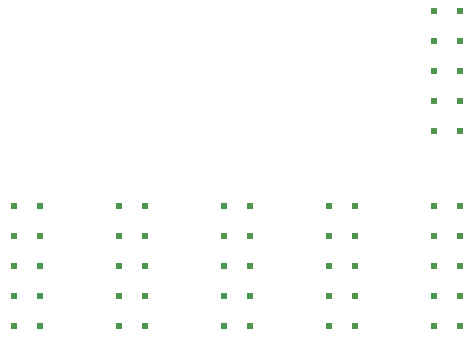
<source format=gbr>
%TF.GenerationSoftware,KiCad,Pcbnew,6.0.1-79c1e3a40b~116~ubuntu20.04.1*%
%TF.CreationDate,2022-02-08T10:59:44-05:00*%
%TF.ProjectId,gameKey-PCB-MainControl,67616d65-4b65-4792-9d50-43422d4d6169,rev?*%
%TF.SameCoordinates,Original*%
%TF.FileFunction,Paste,Bot*%
%TF.FilePolarity,Positive*%
%FSLAX46Y46*%
G04 Gerber Fmt 4.6, Leading zero omitted, Abs format (unit mm)*
G04 Created by KiCad (PCBNEW 6.0.1-79c1e3a40b~116~ubuntu20.04.1) date 2022-02-08 10:59:44*
%MOMM*%
%LPD*%
G01*
G04 APERTURE LIST*
%ADD10R,0.500000X0.500000*%
G04 APERTURE END LIST*
D10*
%TO.C,D6*%
X33825000Y12700000D03*
X36025000Y12700000D03*
%TD*%
%TO.C,D7*%
X33825000Y10160000D03*
X36025000Y10160000D03*
%TD*%
%TO.C,D8*%
X33825000Y7620000D03*
X36025000Y7620000D03*
%TD*%
%TO.C,D9*%
X33825000Y5080000D03*
X36025000Y5080000D03*
%TD*%
%TO.C,D10*%
X33825000Y2540000D03*
X36025000Y2540000D03*
%TD*%
%TO.C,D11*%
X24935000Y12700000D03*
X27135000Y12700000D03*
%TD*%
%TO.C,D12*%
X24935000Y10160000D03*
X27135000Y10160000D03*
%TD*%
%TO.C,D13*%
X24935000Y7620000D03*
X27135000Y7620000D03*
%TD*%
%TO.C,D14*%
X24935000Y5080000D03*
X27135000Y5080000D03*
%TD*%
%TO.C,D15*%
X24935000Y2540000D03*
X27135000Y2540000D03*
%TD*%
%TO.C,D16*%
X16045000Y12700000D03*
X18245000Y12700000D03*
%TD*%
%TO.C,D17*%
X16045000Y10160000D03*
X18245000Y10160000D03*
%TD*%
%TO.C,D18*%
X16045000Y7620000D03*
X18245000Y7620000D03*
%TD*%
%TO.C,D19*%
X16045000Y5080000D03*
X18245000Y5080000D03*
%TD*%
%TO.C,D20*%
X16045000Y2540000D03*
X18245000Y2540000D03*
%TD*%
%TO.C,D21*%
X7155000Y12700000D03*
X9355000Y12700000D03*
%TD*%
%TO.C,D23*%
X7155000Y7620000D03*
X9355000Y7620000D03*
%TD*%
%TO.C,D24*%
X7155000Y5080000D03*
X9355000Y5080000D03*
%TD*%
%TO.C,D25*%
X7155000Y2540000D03*
X9355000Y2540000D03*
%TD*%
%TO.C,D22*%
X7155000Y10160000D03*
X9355000Y10160000D03*
%TD*%
%TO.C,D26*%
X44915000Y29210000D03*
X42715000Y29210000D03*
%TD*%
%TO.C,D27*%
X44915000Y26670000D03*
X42715000Y26670000D03*
%TD*%
%TO.C,D28*%
X44915000Y24130000D03*
X42715000Y24130000D03*
%TD*%
%TO.C,D29*%
X44915000Y21590000D03*
X42715000Y21590000D03*
%TD*%
%TO.C,D30*%
X44915000Y19050000D03*
X42715000Y19050000D03*
%TD*%
%TO.C,D5*%
X42715000Y2540000D03*
X44915000Y2540000D03*
%TD*%
%TO.C,D2*%
X42715000Y10160000D03*
X44915000Y10160000D03*
%TD*%
%TO.C,D4*%
X42715000Y5080000D03*
X44915000Y5080000D03*
%TD*%
%TO.C,D3*%
X42715000Y7620000D03*
X44915000Y7620000D03*
%TD*%
%TO.C,D1*%
X42715000Y12700000D03*
X44915000Y12700000D03*
%TD*%
M02*

</source>
